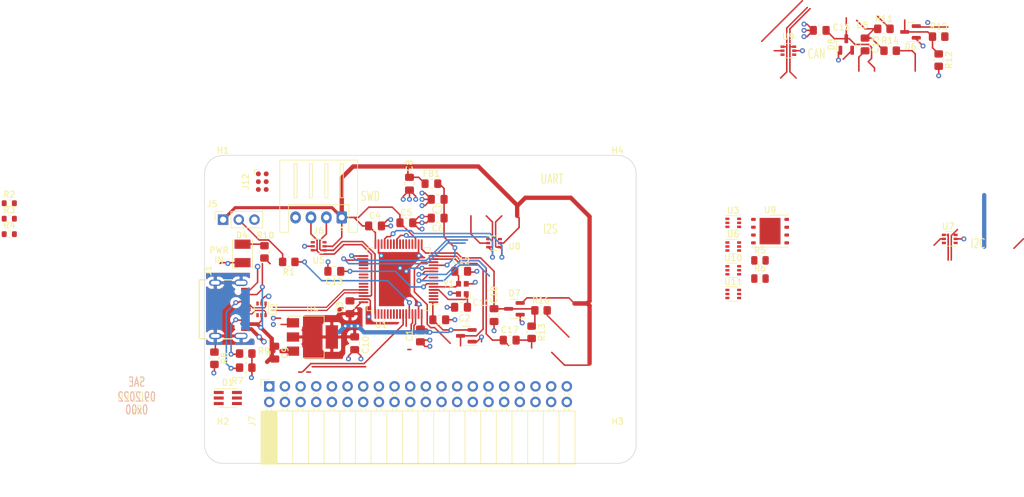
<source format=kicad_pcb>
(kicad_pcb (version 20221018) (generator pcbnew)
  (layers (0 "F.Cu" signal) (1 "In1.Cu" signal) (2 "In2.Cu" signal) (31 "B.Cu" signal) (34 "B.Paste" user) (35 "F.Paste" user) (36 "B.SilkS" user "B.Silkscreen") (37 "F.SilkS" user "F.Silkscreen") (38 "B.Mask" user) (39 "F.Mask" user) (44 "Edge.Cuts" user))
  (net 0 "")
  (net 1 "GND")
  (net 2 "+3V3")
  (net 3 "+3.3VA")
  (net 4 "/STM32F412/D+")
  (net 5 "/STM32F412/D-")
  (net 6 "VBUS")
  (net 7 "Net-(U1-NRST)")
  (net 8 "/STM32F412/HSE_IN")
  (net 9 "/STM32F412/HSE_OUT")
  (net 10 "Net-(D1-KB)")
  (net 11 "/STM32F412/SCL")
  (net 12 "/STM32F412/SDA")
  (net 13 "/STM32F412/RX")
  (net 14 "/STM32F412/TX")
  (net 15 "/STM32F412/SWDCLK")
  (net 16 "/STM32F412/SWDIO")
  (net 17 "Net-(D1-KG)")
  (net 18 "/STM32F412/CAN_RX")
  (net 19 "/STM32F412/CAN_TX")
  (net 20 "Net-(D1-KR)")
  (net 21 "/STM32F412/LED_R")
  (net 22 "/STM32F412/LED_G")
  (net 23 "/STM32F412/LED_B")
  (net 24 "Net-(D4-A)")
  (net 25 "/STM32F412/ADC1_IN1")
  (net 26 "Net-(J1-CC1)")
  (net 28 "Net-(J1-CC2)")
  (net 30 "Net-(J1-SHELL_GND-PadS1)")
  (net 31 "Net-(J5-Pin_2)")
  (net 43 "/STM32F412/ADC1_IN0")
  (net 44 "/STM32F412/ADC1_IN2")
  (net 54 "/STM32F412/ADC1_IN3")
  (net 81 "Net-(J8-Pin_1)")
  (net 82 "Net-(J10-Pin_1)")
  (net 83 "Net-(J11-Pin_1)")
  (net 84 "/STM32F412/Reset{slash}")
  (net 85 "/STM32F412/SWO")
  (net 86 "Net-(U1-BOOT0)")
  (net 92 "unconnected-(U1-PC2-Pad10)")
  (net 93 "unconnected-(U1-PC3-Pad11)")
  (net 103 "unconnected-(U1-PB12-Pad33)")
  (net 104 "unconnected-(U1-PB13-Pad34)")
  (footprint "Capacitor_SMD:C_0805_2012Metric_Pad1.18x1.45mm_HandSolder" (layer "F.Cu") (at 160.02 94.234 -90)
    (fp_text reference "C1")
    (fp_text value "10u")
  )
  (footprint "Capacitor_SMD:C_0805_2012Metric_Pad1.18x1.45mm_HandSolder" (layer "F.Cu") (at 163.068 91.694)
    (fp_text reference "C2")
    (fp_text value "100n")
  )
  (footprint "Capacitor_SMD:C_0805_2012Metric_Pad1.18x1.45mm_HandSolder" (layer "F.Cu") (at 148.59 89.662 90)
    (fp_text reference "C3")
    (fp_text value "100n")
  )
  (footprint "Capacitor_SMD:C_0805_2012Metric_Pad1.18x1.45mm_HandSolder" (layer "F.Cu") (at 152.654 76.454)
    (fp_text reference "C4")
    (fp_text value "100n")
  )
  (footprint "Capacitor_SMD:C_0805_2012Metric_Pad1.18x1.45mm_HandSolder" (layer "F.Cu") (at 157.734 75.946)
    (fp_text reference "C5")
    (fp_text value "100n")
  )
  (footprint "Capacitor_SMD:C_0805_2012Metric_Pad1.18x1.45mm_HandSolder" (layer "F.Cu") (at 162.814 75.184 180)
    (fp_text reference "C6")
    (fp_text value "10n")
  )
  (footprint "Capacitor_SMD:C_0805_2012Metric_Pad1.18x1.45mm_HandSolder" (layer "F.Cu") (at 162.814 72.136 180)
    (fp_text reference "C7")
    (fp_text value "1u")
  )
  (footprint "Capacitor_SMD:C_0805_2012Metric_Pad1.18x1.45mm_HandSolder" (layer "F.Cu") (at 158.242 69.596 -90)
    (fp_text reference "C8")
    (fp_text value "1u")
  )
  (footprint "Package_QFP:LQFP-64_10x10mm_P0.5mm" (layer "F.Cu") (at 156.464 85.09 180)
    (fp_text reference "U1")
    (fp_text value "STM32F412RGTx")
  )
  (footprint "MountingHole:MountingHole_3.2mm_M3_DIN965" (layer "F.Cu") (at 128 68)
    (fp_text reference "H1")
    (fp_text value "MountingHole")
  )
  (footprint "MountingHole:MountingHole_3.2mm_M3_DIN965" (layer "F.Cu") (at 128 112)
    (fp_text reference "H2")
    (fp_text value "MountingHole")
  )
  (footprint "MountingHole:MountingHole_3.2mm_M3_DIN965" (layer "F.Cu") (at 192 112)
    (fp_text reference "H3")
    (fp_text value "MountingHole")
  )
  (footprint "MountingHole:MountingHole_3.2mm_M3_DIN965" (layer "F.Cu") (at 192 68)
    (fp_text reference "H4")
    (fp_text value "MountingHole")
  )
  (footprint "Inductor_SMD:L_0805_2012Metric_Pad1.15x1.40mm_HandSolder" (layer "F.Cu") (at 161.798 69.596)
    (fp_text reference "FB1")
    (fp_text value "Ferrite_Bead_Small")
  )
  (footprint "Package_TO_SOT_SMD:SOT-363_SC-70-6" (layer "F.Cu") (at 134.246 90 -90)
    (fp_text reference "U2")
    (fp_text value "NUP4202")
  )
  (footprint "Capacitor_SMD:C_0805_2012Metric_Pad1.18x1.45mm_HandSolder" (layer "F.Cu") (at 149.352 95.504 -90)
    (fp_text reference "C10")
    (fp_text value "10u")
  )
  (footprint "Resistor_SMD:R_0805_2012Metric_Pad1.20x1.40mm_HandSolder" (layer "F.Cu") (at 138.668 82.296 180)
    (fp_text reference "R1")
    (fp_text value "10k")
  )
  (footprint "Capacitor_SMD:C_0805_2012Metric_Pad1.18x1.45mm_HandSolder" (layer "F.Cu") (at 166.6025 89.662 180)
    (fp_text reference "C11")
    (fp_text value "14p")
  )
  (footprint "Capacitor_SMD:C_0805_2012Metric_Pad1.18x1.45mm_HandSolder" (layer "F.Cu") (at 166.624 83.82)
    (fp_text reference "C12")
    (fp_text value "14p")
  )
  (footprint "Capacitor_SMD:C_0805_2012Metric_Pad1.18x1.45mm_HandSolder" (layer "F.Cu") (at 146.05 83.82 180)
    (fp_text reference "C13")
    (fp_text value "100n")
  )
  (footprint "Connector_PinSocket_2.54mm:PinSocket_1x03_P2.54mm_Vertical" (layer "F.Cu") (at 128.016 75.438 90)
    (fp_text reference "J5")
    (fp_text value "Conn_01x03")
  )
  (footprint "Crystal:Crystal_SMD_Abracon_ABM10-4Pin_2.5x2.0mm" (layer "F.Cu") (at 166.825 86.677 180)
    (fp_text reference "Y1")
    (fp_text value "Crystal_GND24_Small")
  )
  (footprint "Resistor_SMD:R_0805_2012Metric_Pad1.20x1.40mm_HandSolder" (layer "F.Cu") (at 126.604 97.938 -90)
    (fp_text reference "R8")
    (fp_text value "1M")
  )
  (footprint "Resistor_SMD:R_0805_2012Metric_Pad1.20x1.40mm_HandSolder" (layer "F.Cu") (at 131.684 97.176)
    (fp_text reference "R9")
    (fp_text value "5.11k")
  )
  (footprint "Package_TO_SOT_SMD:SOT-363_SC-70-6" (layer "F.Cu") (at 210.7575 75.95)
    (fp_text reference "U3")
    (fp_text value "NUP4202")
  )
  (footprint "Resistor_SMD:R_0805_2012Metric_Pad1.20x1.40mm_HandSolder" (layer "F.Cu") (at 179.578 90.17)
    (fp_text reference "R16")
    (fp_text value "10k")
  )
  (footprint "Resistor_SMD:R_0805_2012Metric_Pad1.20x1.40mm_HandSolder" (layer "F.Cu") (at 178.054 93.726 -90)
    (fp_text reference "R13")
    (fp_text value "10k")
  )
  (footprint "Resistor_SMD:R_0603_1608Metric" (layer "F.Cu") (at 93.33 72.77)
    (fp_text reference "R2")
    (fp_text value "10k")
  )
  (footprint "Resistor_SMD:R_0805_2012Metric_Pad1.20x1.40mm_HandSolder" (layer "F.Cu") (at 235.188 44.45)
    (fp_text reference "R11")
    (fp_text value "10k")
  )
  (footprint "Package_TO_SOT_SMD:SOT-363_SC-70-6" (layer "F.Cu") (at 219.694 48.006 180)
    (fp_text reference "U9")
    (fp_text value "NUP4202")
  )
  (footprint "Package_SON:WSON-8-1EP_6x5mm_P1.27mm_EP3.4x4.3mm" (layer "F.Cu") (at 216.7275 77.3)
    (fp_text reference "U9")
    (fp_text value "W25Q32JVZP")
  )
  (footprint "Connector_JST:JST_XH_S4B-XH-A_1x04_P2.50mm_Horizontal" (layer "F.Cu") (at 147.26 75.078 180)
    (fp_text reference "J6")
    (fp_text value "Conn_01x04")
  )
  (footprint "Connector:Tag-Connect_TC2030-IDC-NL_2x03_P1.27mm_Vertical" (layer "F.Cu") (at 134.365 69.27 -90)
    (fp_text reference "J12")
    (fp_text value "Conn_ARM_SWD_TagConnect_TC2030-NL" hide)
  )
  (footprint "Resistor_SMD:R_0805_2012Metric_Pad1.20x1.40mm_HandSolder" (layer "F.Cu") (at 134.716 80.666 90)
    (fp_text reference "R10")
    (fp_text value "10k")
  )
  (footprint "MyLib:GCT_USB4105-GF-A" (layer "F.Cu") (at 126.746 90 -90)
    (fp_text reference "J1")
    (fp_text value "USB4105-GF-A")
  )
  (footprint "Capacitor_SMD:C_0805_2012Metric_Pad1.18x1.45mm_HandSolder" (layer "F.Cu") (at 136.398 97.028 -90)
    (fp_text reference "C9")
    (fp_text value "100nF")
  )
  (footprint "Package_TO_SOT_SMD:SOT-23" (layer "F.Cu") (at 239.506 44.958 180)
    (fp_text reference "D6")
    (fp_text value "BAV99")
  )
  (footprint "Capacitor_SMD:C_0805_2012Metric_Pad1.18x1.45mm_HandSolder" (layer "F.Cu") (at 224.774 44.704 180)
    (fp_text reference "C16")
    (fp_text value "100pF")
  )
  (footprint "Connector_PinSocket_2.54mm:PinSocket_2x20_P2.54mm_Horizontal" (layer "F.Cu") (at 135.5 102.5 90)
    (fp_text reference "J7")
    (fp_text value "Conn_02x20_Odd_Even")
  )
  (footprint "Package_TO_SOT_SMD:SOT-363_SC-70-6" (layer "F.Cu") (at 171.958 79.248)
    (fp_text reference "U8")
    (fp_text value "NUP4202")
  )
  (footprint "Capacitor_SMD:C_0805_2012Metric_Pad1.18x1.45mm_HandSolder" (layer "F.Cu") (at 232.14 46.99 -90)
    (fp_text reference "C15")
    (fp_text value "100pF")
  )
  (footprint "Package_TO_SOT_SMD:SOT-23" (layer "F.Cu") (at 229.092 46.99 90)
    (fp_text reference "D8")
    (fp_text value "BAV99")
  )
  (footprint "Resistor_SMD:R_0805_2012Metric_Pad1.20x1.40mm_HandSolder" (layer "F.Cu") (at 131.684 99.462)
    (fp_text reference "R7")
    (fp_text value "5.11k")
  )
  (footprint "Resistor_SMD:R_0805_2012Metric_Pad1.20x1.40mm_HandSolder" (layer "F.Cu") (at 244.078 49.53 -90)
    (fp_text reference "R12")
    (fp_text value "10k")
  )
  (footprint "Resistor_SMD:R_0805_2012Metric_Pad1.20x1.40mm_HandSolder" (layer "F.Cu") (at 244.078 45.72)
    (fp_text reference "R15")
    (fp_text value "10k")
  )
  (footprint "Capacitor_SMD:C_0805_2012Metric_Pad1.18x1.45mm_HandSolder" (layer "F.Cu") (at 171.958 90.932 -90)
    (fp_text reference "C18")
    (fp_text value "100pF")
  )
  (footprint "Resistor_SMD:R_0805_2012Metric_Pad1.20x1.40mm_HandSolder" (layer "F.Cu") (at 236.204 48.006)
    (fp_text reference "R14")
    (fp_text value "10k")
  )
  (footprint "LED_SMD:LED_PLCC-2" (layer "F.Cu") (at 131.16 80.92 90)
    (fp_text reference "D4")
    (fp_text value "LED")
  )
  (footprint "Package_TO_SOT_SMD:SOT-23" (layer "F.Cu") (at 167.4645 94.3 180)
    (fp_text reference "D5")
    (fp_text value "BAV99")
  )
  (footprint "Resistor_SMD:R_0805_2012Metric" (layer "F.Cu") (at 215.0875 82.05)
    (fp_text reference "R5")
    (fp_text value "10k")
  )
  (footprint "Capacitor_SMD:C_0805_2012Metric_Pad1.18x1.45mm_HandSolder" (layer "F.Cu") (at 174.498 94.996)
    (fp_text reference "C17")
    (fp_text value "100pF")
  )
  (footprint "Resistor_SMD:R_0805_2012Metric" (layer "F.Cu") (at 215.0875 85)
    (fp_text reference "R6")
    (fp_text value "10k")
  )
  (footprint "Package_TO_SOT_SMD:SOT-363_SC-70-6" (layer "F.Cu") (at 143.51 79.756)
    (fp_text reference "U5")
    (fp_text value "NUP4202")
  )
  (footprint "LED_SMD:LED_Avago_PLCC6_3x2.8mm" (layer "F.Cu") (at 128.778 104.394)
    (fp_text reference "D1")
    (fp_text value "ASMT-YTB7-0AA02")
  )
  (footprint "Resistor_SMD:R_0603_1608Metric" (layer "F.Cu") (at 93.33 77.79)
    (fp_text reference "R4")
    (fp_text value "10k")
  )
  (footprint "Package_TO_SOT_SMD:SOT-23" (layer "F.Cu") (at 175.26 89.916 180)
    (fp_text reference "D7")
    (fp_text value "BAV99")
  )
  (footprint "Resistor_SMD:R_0603_1608Metric" (layer "F.Cu") (at 93.33 75.28)
    (fp_text reference "R3")
    (fp_text value "10k")
  )
  (footprint "Package_TO_SOT_SMD:SOT-363_SC-70-6" (layer "F.Cu") (at 210.7575 83.65)
    (fp_text reference "U10")
    (fp_text value "NUP4202")
  )
  (footprint "Package_TO_SOT_SMD:SOT-363_SC-70-6" (layer "F.Cu") (at 210.7575 79.8)
    (fp_text reference "U6")
    (fp_text value "NUP4202")
  )
  (footprint "Package_TO_SOT_SMD:SOT-363_SC-70-6" (layer "F.Cu") (at 210.7575 87.5)
    (fp_text reference "U11")
    (fp_text value "NUP4202")
  )
  (footprint "Package_TO_SOT_SMD:SOT-363_SC-70-6" (layer "F.Cu") (at 245.872 78.5605 180)
    (fp_text reference "U7")
    (fp_text value "NUP4202")
  )
  (footprint "Package_TO_SOT_SMD:SOT-223-3_TabPin2" (layer "F.Cu") (at 142.494 94.488)
    (fp_text reference "U4")
    (fp_text value "AMS1117-3.3")
  )
  (gr_arc (start 195 112) (mid 194.12132 114.12132) (end 192 115) (stroke (width 0.1)) (layer "Edge.Cuts"))
  (gr_arc (start 125 68) (mid 125.87868 65.87868) (end 128 65) (stroke (width 0.1)) (layer "Edge.Cuts"))
  (gr_arc (start 192 65) (mid 194.12132 65.87868) (end 195 68) (stroke (width 0.1)) (layer "Edge.Cuts"))
  (gr_line (start 128 65) (end 192 65) (stroke (width 0.1)) (layer "Edge.Cuts"))
  (gr_line (start 195 112) (end 195 68) (stroke (width 0.1)) (layer "Edge.Cuts"))
  (gr_arc (start 128 115) (mid 125.87868 114.12132) (end 125 112) (stroke (width 0.1)) (layer "Edge.Cuts"))
  (gr_line (start 125 68) (end 125 112) (stroke (width 0.1)) (layer "Edge.Cuts"))
  (gr_line (start 128 115) (end 192 115) (stroke (width 0.1)) (layer "Edge.Cuts"))
  (gr_text "SAE\n09.2022" (at 114 103) (layer "B.SilkS") (effects (font (size 1.5 1)) (justify mirror)))
  (gr_text "0x00" (at 114 106.302) (layer "B.SilkS") (effects (font (size 1.5 1)) (justify mirror)))
  (gr_text "I2C" (at 250.444 79.3225) (layer "F.SilkS") (effects (font (size 1.5 1))))
  (gr_text "UART" (at 181.356 68.834) (layer "F.SilkS") (effects (font (size 1.5 1))))
  (gr_text "SWD" (at 151.892 71.628) (layer "F.SilkS") (effects (font (size 1.5 1))))
  (gr_text "I2S\n" (at 181.102 76.962) (layer "F.SilkS") (effects (font (size 1.5 1))))
  (gr_text "0x00" (at 114 106.302) (layer "F.SilkS") (effects (font (size 1.5 1))))
  (gr_text "PWR\nIN" (at 127.35 81.174) (layer "F.SilkS") (effects (font (size 1 1))))
  (gr_text "SAE\n09.2022" (at 114 103) (layer "F.SilkS") (effects (font (size 1.5 1))))
  (gr_text "CAN" (at 224.266 48.514) (layer "F.SilkS") (effects (font (size 1.5 1))))
  (segment (start 145.0125 83.82) (end 145.0125 82.3175) (width 0.25) (layer "F.Cu") (net 1))
  (segment (start 148.59 88.6245) (end 148.8745 88.34) (width 0.25) (layer "F.Cu") (net 1))
  (segment (start 153.214 80.824) (end 153.214 79.415) (width 0.25) (layer "F.Cu") (net 1))
  (segment (start 161.544 96.012) (end 160.7605 96.012) (width 0.25) (layer "F.Cu") (net 1))
  (segment (start 244.078 52.07) (end 244.078 50.53) (width 0.25) (layer "F.Cu") (net 1))
  (segment (start 155.194 76.454) (end 153.6915 76.454) (width 0.25) (layer "F.Cu") (net 1))
  (segment (start 138.596 91.44) (end 139.344 92.188) (width 0.25) (layer "F.Cu") (net 1))
  (segment (start 168.402 95.25) (end 169.164 95.25) (width 0.25) (layer "F.Cu") (net 1))
  (segment (start 160.274 72.136) (end 161.7765 72.136) (width 0.25) (layer "F.Cu") (net 1))
  (segment (start 164.846 87.376) (end 166.074 87.376) (width 0.25) (layer "F.Cu") (net 1))
  (segment (start 161.544 94.996) (end 160.2955 94.996) (width 0.25) (layer "F.Cu") (net 1))
  (segment (start 161.0145 75.946) (end 161.7765 75.184) (width 0.25) (layer "F.Cu") (net 1))
  (segment (start 227.822 48.2475) (end 228.142 47.9275) (width 0.25) (layer "F.Cu") (net 1))
  (segment (start 231.129 51.308) (end 231.129 49.0385) (width 0.25) (layer "F.Cu") (net 1))
  (segment (start 159.766 89.154) (end 159.714 89.206) (width 0.25) (layer "F.Cu") (net 1))
  (segment (start 159.714 81.228) (end 159.766 81.28) (width 0.25) (layer "F.Cu") (net 1))
  (segment (start 133.874 94.488) (end 133.112 93.726) (width 0.6) (layer "F.Cu") (net 1))
  (segment (start 167.64 83.947) (end 169.037 83.947) (width 0.25) (layer "F.Cu") (net 1))
  (segment (start 222.234 45.72) (end 222.7205 45.72) (width 0.25) (layer "F.Cu") (net 1))
  (segment (start 132.684 99.462) (end 132.684 97.176) (width 0.25) (layer "F.Cu") (net 1))
  (segment (start 223.7365 44.704) (end 222.234 44.704) (width 0.25) (layer "F.Cu") (net 1))
  (segment (start 220.644 48.006) (end 221.98 48.006) (width 0.25) (layer "F.Cu") (net 1))
  (segment (start 126.604 100.234) (end 126.508 100.33) (width 0.25) (layer "F.Cu") (net 1))
  (segment (start 169.672 79.248) (end 171.008 79.248) (width 0.25) (layer "F.Cu") (net 1))
  (segment (start 134.837 87.884) (end 135.398 87.884) (width 0.25) (layer "F.Cu") (net 1))
  (segment (start 157.988 96.52) (end 158.4745 96.52) (width 0.25) (layer "F.Cu") (net 1))
  (segment (start 158.242 72.136) (end 158.242 70.6335) (width 0.25) (layer "F.Cu") (net 1))
  (segment (start 148.336 97.5575) (end 149.352 96.5415) (width 0.25) (layer "F.Cu") (net 1))
  (segment (start 234.172 42.434) (end 236.188 44.45) (width 0.25) (layer "F.Cu") (net 1))
  (segment (start 127.654 82.42) (end 127.524 82.55) (width 0.25) (layer "F.Cu") (net 1))
  (segment (start 177.784 94.996) (end 178.054 94.726) (width 0.25) (layer "F.Cu") (net 1))
  (segment (start 160.274 75.946) (end 161.0145 75.946) (width 0.25) (layer "F.Cu") (net 1))
  (segment (start 165.565 89.662) (end 164.338 89.662) (width 0.25) (layer "F.Cu") (net 1))
  (segment (start 159.7875 74.93) (end 158.7715 75.946) (width 0.25) (layer "F.Cu") (net 1))
  (segment (start 160.274 71.12) (end 160.7605 71.12) (width 0.25) (layer "F.Cu") (net 1))
  (segment (start 178.054 96.266) (end 178.054 94.726) (width 0.25) (layer "F.Cu") (net 1))
  (segment (start 159.7875 76.962) (end 158.7715 75.946) (width 0.25) (layer "F.Cu") (net 1))
  (segment (start 151.889 90.935) (end 151.889 88.599315) (width 0.25) (layer "F.Cu") (net 1))
  (segment (start 176.1975 91.8695) (end 176.53 92.202) (width 0.25) (layer "F.Cu") (net 1))
  (segment (start 136.16 91.44) (end 137.342 91.44) (width 0.25) (layer "F.Cu") (net 1))
  (segment (start 126.604 98.938) (end 126.604 100.234) (width 0.25) (layer "F.Cu") (net 1))
  (segment (start 157.226 71.6495) (end 158.242 70.6335) (width 0.25) (layer "F.Cu") (net 1))
  (segment (start 167.45 85.852) (end 168.656 85.852) (width 0.25) (layer "F.Cu") (net 1))
  (segment (start 155.194 75.438) (end 154.7075 75.438) (width 0.25) (layer "F.Cu") (net 1))
  (segment (start 145.0125 82.3175) (end 145.034 82.296) (width 0.25) (layer "F.Cu") (net 1))
  (segment (start 169.672 79.248) (end 168.208 77.784) (width 0.25) (layer "F.Cu") (net 1))
  (segment (start 150.368 98.044) (end 150.368 97.5575) (width 0.25) (layer "F.Cu") (net 1))
  (segment (start 160.7605 73.152) (end 161.7765 72.136) (width 0.25) (layer "F.Cu") (net 1))
  (segment (start 159.258 71.6495) (end 158.242 70.6335) (width 0.25) (layer "F.Cu") (net 1))
  (segment (start 134.246 89.05) (end 134.246 88.475) (width 0.25) (layer "F.Cu") (net 1))
  (segment (start 160.274 83.312) (end 160.302 83.34) (width 0.25) (layer "F.Cu") (net 1))
  (segment (start 129.906 82.42) (end 127.654 82.42) (width 0.25) (layer "F.Cu") (net 1))
  (segment (start 151.889 88.599315) (end 151.629685 88.34) (width 0.25) (layer "F.Cu") (net 1))
  (segment (start 151.629685 88.34) (end 150.789 88.34) (width 0.25) (layer "F.Cu") (net 1))
  (segment (start 132.586 93.2) (end 131.501 93.2) (width 0.6) (layer "F.Cu") (net 1))
  (segment (start 159.714 79.415) (end 159.714 81.228) (width 0.25) (layer "F.Cu") (net 1))
  (segment (start 141.224 79.756) (end 142.56 79.756) (width 0.25) (layer "F.Cu") (net 1))
  (segment (start 148.336 98.044) (end 148.336 97.5575) (width 0.25) (layer "F.Cu") (net 1))
  (segment (start 159.714 89.206) (end 159.714 90.765) (width 0.25) (layer "F.Cu") (net 1))
  (segment (start 157.226 72.136) (end 157.226 71.6495) (width 0.25) (layer "F.Cu") (net 1))
  (segment (start 240.4435 45.908) (end 240.4435 46.1495) (width 0.25) (layer "F.Cu") (net 1))
  (segment (start 151.638 91.186) (end 151.889 90.935) (width 0.25) (layer "F.Cu") (net 1))
  (segment (start 154.7075 75.438) (end 153.6915 76.454) (width 0.25) (layer "F.Cu") (net 1))
  (segment (start 160.274 74.93) (end 159.7875 74.93) (width 0.25) (layer "F.Cu") (net 1))
  (segment (start 169.037 83.947) (end 169.164 83.82) (width 0.25) (layer "F.Cu") (net 1))
  (segment (start 227.822 49.53) (end 227.822 48.2475) (width 0.25) (layer "F.Cu") (net 1))
  (segment (start 134.636 95.25) (end 133.874 94.488) (width 0.6) (layer "F.Cu") (net 1))
  (segment (start 246.822 78.5605) (end 248.158 78.5605) (width 0.25) (layer "F.Cu") (net 1))
  (segment (start 160.7605 96.012) (end 160.02 95.2715) (width 0.25) (layer "F.Cu") (net 1))
  (segment (start 166.074 87.376) (end 166.2 87.502) (width 0.25) (layer "F.Cu") (net 1))
  (segment (start 139.076 92.456) (end 139.344 92.188) (width 0.25) (layer "F.Cu") (net 1))
  (segment (start 150.368 97.5575) (end 149.352 96.5415) (width 0.25) (layer "F.Cu") (net 1))
  (segment (start 132.684 101.012) (end 132.604 101.092) (width 0.25) (layer "F.Cu") (net 1))
  (segment (start 132.418 86.8) (end 131.501 86.8) (width 0.25) (layer "F.Cu") (net 1))
  (segment (start 169.164 95.25) (end 169.926 94.488) (width 0.25) (layer "F.Cu") (net 1))
  (segment (start 134.246 88.475) (end 134.837 87.884) (width 0.25) (layer "F.Cu") (net 1))
  (segment (start 175.5355 94.996) (end 177.784 94.996) (width 0.25) (layer "F.Cu") (net 1))
  (segment (start 132.684 99.462) (end 132.684 101.012) (width 0.25) (layer "F.Cu") (net 1))
  (segment (start 171.958 93.472) (end 171.958 91.9695) (width 0.25) (layer "F.Cu") (net 1))
  (segment (start 222.7205 43.688) (end 223.7365 44.704) (width 0.25) (layer "F.Cu") (net 1))
  (segment (start 231.129 49.0385) (end 232.14 48.0275) (width 0.25) (layer "F.Cu") (net 1))
  (segment (start 133.6075 83.058) (end 133.6075 85.6105) (width 0.25) (layer "F.Cu") (net 1))
  (segment (start 160.7605 71.12) (end 161.7765 72.136) (width 0.25) (layer "F.Cu") (net 1))
  (segment (start 160.302 83.34) (end 162.139 83.34) (width 0.25) (layer "F.Cu") (net 1))
  (segment (start 161.5225 74.93) (end 161.7765 75.184) (width 0.25) (layer "F.Cu") (net 1))
  (segment (start 160.2955 94.996) (end 160.02 95.2715) (width 0.25) (layer "F.Cu") (net 1))
  (segment (start 160.274 76.962) (end 159.7875 76.962) (width 0.25) (layer "F.Cu") (net 1))
  (segment (start 137.414 92.456) (end 139.076 92.456) (width 0.25) (layer "F.Cu") (net 1))
  (segment (start 153.67 81.28) (end 153.214 80.824) (width 0.25) (layer "F.Cu") (net 1))
  (segment (start 169.926 94.488) (end 169.926 95.266) (width 0.25) (layer "F.Cu") (net 1))
  (segment (start 176.1975 90.866) (end 176.1975 91.8695) (width 0.25) (layer "F.Cu") (net 1))
  (segment (start 240.4435 46.1495) (end 241.538 47.244) (width 0.25) (layer "F.Cu") (net 1))
  (segment (start 168.656 85.852) (end 168.91 85.598) (width 0.25) (layer "F.Cu") (net 1))
  (segment (start 160.274 73.152) (end 160.7605 73.152) (width 0.25) (layer "F.Cu") (net 1))
  (segment (start 168.208 77.784) (end 168.208 74.824) (width 0.25) (layer "F.Cu") (net 1))
  (segment (start 164.1055 91.694) (end 165.608 91.694) (width 0.25) (layer "F.Cu") (net 1))
  (segment (start 133.112 93.726) (end 132.586 93.2) (width 0.6) (layer "F.Cu") (net 1))
  (segment (start 159.258 72.136) (end 159.258 71.6495) (width 0.25) (layer "F.Cu") (net 1))
  (segment (start 158.7715 75.946) (end 160.274 75.946) (width 0.25) (layer "F.Cu") (net 1))
  (segment (start 160.274 74.93) (end 161.5225 74.93) (width 0.25) (layer "F.Cu") (net 1))
  (segment (start 222.7205 45.72) (end 223.7365 44.704) (width 0.25) (layer "F.Cu") (net 1))
  (segment (start 148.8745 88.34) (end 150.789 88.34) (width 0.25) (layer "F.Cu") (net 1))
  (segment (start 133.6075 85.6105) (end 132.418 86.8) (width 0.25) (layer "F.Cu") (net 1))
  (via (at 136.16 92.456) (size 0.8) (drill 0.4) (layers "F.Cu" "B.Cu") (net 1))
  (via (at 161.544 96.012) (size 0.8) (drill 0.4) (layers "F.Cu" "B.Cu") (net 1))
  (via (at 161.544 94.996) (size 0.8) (drill 0.4) (layers "F.Cu" "B.Cu") (net 1))
  (via (at 242.3 43.434) (size 0.8) (drill 0.4) (layers "F.Cu" "B.Cu") (net 1))
  (via (at 133.874 94.488) (size 0.9) (drill 0.5) (layers "F.Cu" "B.Cu") (net 1))
  (via (at 222.234 43.688) (size 0.8) (drill 0.4) (layers "F.Cu" "B.Cu") (net 1))
  (via (at 160.274 71.12) (size 0.8) (drill 0.4) (layers "F.Cu" "B.Cu") (net 1))
  (via (at 160.274 75.946) (size 0.8) (drill 0.4) (layers "F.Cu" "B.Cu") (net 1))
  (via (at 160.274 83.312) (size 0.8) (drill 0.4) (layers "F.Cu" "B.Cu") (net 1))
  (via (at 222.234 44.704) (size 0.8) (drill 0.4) (layers "F.Cu" "B.Cu") (net 1))
  (via (at 133.6075 83.058) (size 0.9) (drill 0.5) (layers "F.Cu" "B.Cu") (net 1))
  (via (at 169.164 83.82) (size 0.8) (drill 0.4) (layers "F.Cu" "B.Cu") (net 1))
  (via (at 164.846 87.376) (size 0.8) (drill 0.4) (layers "F.Cu" "B.Cu") (net 1))
  (via (at 159.766 89.154) (size 0.8) (drill 0.4) (layers "F.Cu" "B.Cu") (net 1))
  (via (at 135.398 87.884) (size 0.9) (drill 0.5) (layers "F.Cu" "B.Cu") (net 1))
  (via (at 150.368 98.044) (size 0.8) (drill 0.4) (layers "F.Cu" "B.Cu") (net 1))
  (via (at 168.91 85.598) (size 0.8) (drill 0.4) (layers "F.Cu" "B.Cu") (net 1))
  (via (at 151.638 91.186) (size 0.8) (drill 0.4) (layers "F.Cu" "B.Cu") (net 1))
  (via (at 160.274 73.152) (size 0.8) (drill 0.4) (layers "F.Cu" "B.Cu") (net 1))
  (via (at 136.16 91.44) (size 0.8) (drill 0.4) (layers "F.Cu" "B.Cu") (net 1))
  (via (at 158.242 72.136) (size 0.8) (drill 0.4) (layers "F.Cu" "B.Cu") (net 1))
  (via (at 126.508 100.33) (size 0.8) (drill 0.4) (layers "F.Cu" "B.Cu") (net 1))
  (via (at 128.778 82.55) (size 0.8) (drill 0.4) (layers "F.Cu" "B.Cu") (net 1))
  (via (at 244.078 52.07) (size 0.8) (drill 0.4) (layers "F.Cu" "B.Cu") (net 1))
  (via (at 227.822 49.53) (size 0.8) (drill 0.4) (layers "F.Cu" "B.Cu") (net 1))
  (via (at 134.636 95.25) (size 0.9) (drill 0.5) (layers "F.Cu" "B.Cu") (net 1))
  (via (at 169.926 94.488) (size 0.8) (drill 0.4) (layers "F.Cu" "B.Cu") (net 1))
  (via (at 160.274 72.136) (size 0.8) (drill 0.4) (layers "F.Cu" "B.Cu") (net 1))
  (via (at 171.958 93.472) (size 0.8) (drill 0.4) (layers "F.Cu" "B.Cu") (net 1))
  (via (at 160.274 74.93) (size 0.8) (drill 0.4) (layers "F.Cu" "B.Cu") (net 1))
  (via (at 241.538 47.244) (size 0.8) (drill 0.4) (layers "F.Cu" "B.Cu") (net 1))
  (via (at 221.98 48.006) (size 0.8) (drill 0.4) (layers "F.Cu" "B.Cu") (net 1))
  (via (at 148.336 98.044) (size 0.8) (drill 0.4) (layers "F.Cu" "B.Cu") (net 1))
  (via (at 156.718 83.312) (size 0.8) (drill 0.4) (layers "F.Cu" "B.Cu") (net 1))
  (via (at 145.034 82.296) (size 0.8) (drill 0.4) (layers "F.Cu" "B.Cu") (net 1))
  (via (at 222.234 45.72) (size 0.8) (drill 0.4) (layers "F.Cu" "B.Cu") (net 1))
  (via (at 157.226 72.136) (size 0.8) (drill 0.4) (layers "F.Cu" "B.Cu") (net 1))
  (via (at 141.224 79.756) (size 0.8) (drill 0.4) (layers "F.Cu" "B.Cu") (net 1))
  (via (at 132.604 101.092) (size 0.8) (drill 0.4) (layers "F.Cu" "B.Cu") (net 1))
  (via (at 159.258 72.136) (size 0.8) (drill 0.4) (layers "F.Cu" "B.Cu") (net 1))
  (via (at 176.53 92.202) (size 0.8) (drill 0.4) (layers "F.Cu" "B.Cu") (net 1))
  (via (at 165.608 91.694) (size 0.8) (drill 0.4) (layers "F.Cu" "B.Cu") (net 1))
  (via (at 248.158 78.5605) (size 0.8) (drill 0.4) (layers "F.Cu" "B.Cu") (net 1))
  (via (at 164.338 89.662) (size 0.8) (drill 0.4) (layers "F.Cu" "B.Cu") (net 1))
  (via (at 157.734 83.82) (size 0.8) (drill 0.4) (layers "F.Cu" "B.Cu") (net 1))
  (via (at 159.766 81.28) (size 0.8) (drill 0.4) (layers "F.Cu" "B.Cu") (net 1))
  (via (at 160.274 76.962) (size 0.8) (drill 0.4) (layers "F.Cu" "B.Cu") (net 1))
  (via (at 155.194 76.454) (size 0.8) (drill 0.4) (layers "F.Cu" "B.Cu") (net 1))
  (via (at 155.194 75.438) (size 0.8) (drill 0.4) (layers "F.Cu" "B.Cu") (net 1))
  (via (at 153.67 81.28) (size 0.8) (drill 0.4) (layers "F.Cu" "B.Cu") (net 1))
  (segment (start 158.242 83.312) (end 157.734 83.82) (width 0.25) (layer "B.Cu") (net 1))
  (segment (start 160.274 83.312) (end 158.242 83.312) (width 0.25) (layer "B.Cu") (net 1))
  (segment (start 162.0305 91.694) (end 162.0305 88.9485) (width 0.25) (layer "F.Cu") (net 2))
  (segment (start 175.768 73.152) (end 175.708 73.212) (width 0.25) (layer "F.Cu") (net 2))
  (segment (start 176.022 76.708) (end 176.022 75.138) (width 0.25) (layer "F.Cu") (net 2))
  (segment (start 187.198 99.06) (end 187.452 98.806) (width 0.25) (layer "F.Cu") (net 2))
  (segment (start 155.448 73.406) (end 156.6965 74.6545) (width 0.25) (layer "F.Cu") (net 2))
  (segment (start 175.708 73.212) (end 175.708 74.824) (width 0.7) (layer "F.Cu") (net 2))
  (segment (start 177.292 88.138) (end 184.102 88.138) (width 0.25) (layer "F.Cu") (net 2))
  (segment (start 158.242 68.5585) (end 159.7355 68.5585) (width 0.25) (layer "F.Cu") (net 2))
  (segment (start 172.908 79.248) (end 173.482 79.248) (width 0.25) (layer "F.Cu") (net 2))
  (segment (start 187.452 74.93) (end 184.404 71.882) (width 0.7) (layer "F.Cu") (net 2))
  (segment (start 156.6965 74.6545) (end 156.6965 75.946) (width 0.25) (layer "F.Cu") (net 2))
  (segment (start 158.242 68.5585) (end 157.988 68.3045) (width 0.25) (layer "F.Cu") (net 2))
  (segment (start 168.401671 93.349671) (end 168.402 93.35) (width 0.25) (layer "F.Cu") (net 2))
  (segment (start 158.75 77.978) (end 159.214 78.442) (width 0.25) (layer "F.Cu") (net 2))
  (segment (start 185.018 89.054) (end 187.044 89.054) (width 0.7) (layer "F.Cu") (net 2))
  (segment (start 164.968329 93.349671) (end 168.401671 93.349671) (width 0.25) (layer "F.Cu") (net 2))
  (segment (start 230.042 47.9275) (end 228.584 49.3855) (width 0.25) (layer "F.Cu") (net 2))
  (segment (start 244.922 78.5605) (end 244.347 78.5605) (width 0.25) (layer "F.Cu") (net 2))
  (segment (start 159.214 78.442) (end 159.214 79.415) (width 0.25) (layer "F.Cu") (net 2))
  (segment (start 156.6965 75.946) (end 158.7285 77.978) (width 0.25) (layer "F.Cu") (net 2))
  (segment (start 187.452 98.806) (end 187.452 89.408) (width 0.7) (layer "F.Cu") (net 2))
  (segment (start 187.098 89.054) (end 185.018 89.054) (width 0.7) (layer "F.Cu") (net 2))
  (segment (start 149.966 75.078) (end 151.638 73.406) (width 0.25) (layer "F.Cu") (net 2))
  (segment (start 183.388 99.06) (end 187.198 99.06) (width 0.25) (layer "F.Cu") (net 2))
  (segment (start 145.669267 73.487267) (end 147.26 75.078) (width 0.5) (layer "F.Cu") (net 2))
  (segment (start 149.246 75.078) (end 147.26 75.078) (width 0.25) (layer "F.Cu") (net 2))
  (segment (start 144.46 79.756) (end 145.796 79.756) (width 0.25) (layer "F.Cu") (net 2))
  (segment (start 176.464 88.966) (end 177.292 88.138) (width 0.25) (layer "F.Cu") (net 2))
  (segment (start 218.744 48.006) (end 217.408 48.006) (width 0.25) (layer "F.Cu") (net 2))
  (segment (start 177.038 71.882) (end 175.768 73.152) (width 0.7) (layer "F.Cu") (net 2))
  (segment (start 151.6165 76.454) (end 150.622 76.454) (width 0.25) (layer "F.Cu") (net 2))
  (segment (start 157.988 68.3045) (end 157.988 66.802) (width 0.25) (layer "F.Cu") (net 2))
  (segment (start 152.714 79.415) (end 152.714 77.5515) (width 0.25) (layer "F.Cu") (net 2))
  (segment (start 184.102 88.138) (end 185.018 89.054) (width 0.25) (layer "F.Cu") (net 2))
  (segment (start 257.81 78.5605) (end 256.286 80.0845) (width 0.25) (layer "F.Cu") (net 2))
  (segment (start 161.0145 93.1965) (end 160.02 93.1965) (width 0.25) (layer "F.Cu") (net 2))
  (segment (start 175.768 73.152) (end 169.418 66.802) (width 0.7) (layer "F.Cu") (net 2))
  (segment (start 148.59 90.6995) (end 148.59 90.678) (width 0.25) (layer "F.Cu") (net 2))
  (segment (start 150.622 76.454) (end 149.246 75.078) (width 0.25) (layer "F.Cu") (net 2))
  (segment (start 148.59 90.678) (end 150.428 88.84) (width 0.25) (layer "F.Cu") (net 2))
  (segment (start 129.966733 73.487267) (end 145.669267 73.487267) (width 0.5) (layer "F.Cu") (net 2))
  (segment (start 176.022 75.138) (end 175.708 74.824) (width 0.25) (layer "F.Cu") (net 2))
  (segment (start 147.26 78.292) (end 147.26 75.078) (width 0.25) (layer "F.Cu") (net 2))
  (segment (start 181.319 96.991) (end 183.388 99.06) (width 0.25) (layer "F.Cu") (net 2))
  (segment (start 169.418 66.802) (end 157.988 66.802) (width 0.7) (layer "F.Cu") (net 2))
  (segment (start 128.016 75.438) (end 129.966733 73.487267) (width 0.5) (layer "F.Cu") (net 2))
  (segment (start 176.1975 88.966) (end 176.464 88.966) (width 0.25) (layer "F.Cu") (net 2))
  (segment (start 151.638 73.406) (end 155.448 73.406) (width 0.25) (layer "F.Cu") (net 2))
  (segment (start 162.0305 88.9485) (end 162.139 88.84) (width 0.25) (layer "F.Cu") (net 2))
  (segment (start 187.452 89.408) (end 187.098 89.054) (width 0.7) (layer "F.Cu") (net 2))
  (segment (start 187.044 89.054) (end 187.452 88.646) (width 0.7) (layer "F.Cu") (net 2))
  (segment (start 149.098 66.802) (end 147.26 68.64) (width 0.7) (layer "F.Cu") (net 2))
  (segment (start 184.404 71.882) (end 177.038 71.882) (width 0.7) (layer "F.Cu") (net 2))
  (segment (start 147.26 68.64) (end 147.26 75.078) (width 0.7) (layer "F.Cu") (net 2))
  (segment (start 150.428 88.84) (end 150.789 88.84) (width 0.25) (layer "F.Cu") (net 2))
  (segment (start 240.4435 44.008) (end 240.5945 44.159) (width 0.25) (layer "F.Cu") (net 2))
  (segment (start 160.214 90.765) (end 160.214 93.3905) (width 0.25) (layer "F.Cu") (net 2))
  (segment (start 145.796 79.756) (end 147.26 78.292) (width 0.25) (layer "F.Cu") (net 2))
  (segment (start 152.714 77.5515) (end 151.6165 76.454) (width 0.25) (layer "F.Cu") (net 2))
  (segment (start 159.7355 68.5585) (end 160.773 69.596) (width 0.25) (layer "F.Cu") (net 2))
  (segment (start 157.988 66.802) (end 149.098 66.802) (width 0.7) (layer "F.Cu") (net 2))
  (segment (start 147.26 75.078) (end 149.966 75.078) (width 0.25) (layer "F.Cu") (net 2))
  (segment (start 163.686171 93.349671) (end 164.968329 93.349671) (width 0.25) (layer "F.Cu") (net 2))
  (segment (start 162.0305 91.694) (end 163.686171 93.349671) (width 0.25) (layer "F.Cu") (net 2))
  (segment (start 173.482 79.248) (end 176.022 76.708) (width 0.25) (layer "F.Cu") (net 2))
  (segment (start 240.5945 44.159) (end 245.565 44.159) (width 0.25) (layer "F.Cu") (net 2))
  (segment (start 161.544 93.726) (end 161.0145 93.1965) (width 0.25) (layer "F.Cu") (net 2))
  (segment (start 187.452 88.646) (end 187.452 74.93) (width 0.7) (layer "F.Cu") (net 2))
  (segment (start 244.347 78.5605) (end 243.332 79.5755) (width 0.25) (layer "F.Cu") (net 2))
  (via (at 149.86 92.71) (size 0.8) (drill 0.4) (layers "F.Cu" "B.Cu") (net 2))
  (via (at 161.544 93.726) (size 0.8) (drill 0.4) (layers "F.Cu" "B.Cu") (net 2))
  (via (at 148.844 92.71) (size 0.8) (drill 0.4) (layers "F.Cu" "B.Cu") (net 2))
  (via (at 164.968329 93.349671) (size 0.8) (drill 0.4) (layers "F.Cu" "B.Cu") (net 2))
  (via (at 147.828 92.71) (size 0.8) (drill 0.4) (layers "F.Cu" "B.Cu") (net 2))
  (segment (start 161.544 93.726) (end 164.592 93.726) (width 0.25) (layer "B.Cu") (net 2))
  (segment (start 147.828 92.71) (end 149.86 92.71) (width 0.7) (layer "B.Cu") (net 2))
  (segment (start 147.828 92.71) (end 146.812 93.726) (width 0.7) (layer "B.Cu") (net 2))
  (segment (start 251.46 71.4485) (end 251.46 79.8305) (width 0.7) (layer "B.Cu") (net 2))
  (segment (start 164.592 93.726) (end 164.968329 93.349671) (width 0.25) (layer "B.Cu") (net 2))
  (segment (start 150.876 93.726) (end 161.544 93.726) (width 0.7) (layer "B.Cu") (net 2))
  (segment (start 149.86 92.71) (end 150.876 93.726) (width 0.7) (layer "B.Cu") (net 2))
  (segment (start 162.139 82.84) (end 164.302 82.84) (width 0.25) (layer "F.Cu") (net 3))
  (segment (start 163.8515 70.3795) (end 163.8515 72.136) (width 0.25) (layer "F.Cu") (net 3))
  (segment (start 163.068 69.596) (end 163.8515 70.3795) (width 0.25) (layer "F.Cu") (net 3))
  (segment (start 163.8515 78.2535) (end 163.8515 75.184) (width 0.25) (layer "F.Cu") (net 3))
  (segment (start 165.608 80.01) (end 163.8515 78.2535) (width 0.25) (layer "F.Cu") (net 3))
  (segment (start 162.823 69.596) (end 163.068 69.596) (width 0.25) (layer "F.Cu") (net 3))
  (segment (start 163.8515 72.136) (end 163.8515 75.184) (width 0.25) (layer "F.Cu") (net 3))
  (segment (start 164.302 82.84) (end 164.338 82.804) (width 0.25) (layer "F.Cu") (net 3))
  (via (at 165.608 80.01) (size 0.8) (drill 0.4) (layers "F.Cu" "B.Cu") (net 3))
  (via (at 164.338 82.804) (size 0.8) (drill 0.4) (layers "F.Cu" "B.Cu") (net 3))
  (segment (start 165.608 81.534) (end 165.608 80.01) (width 0.25) (layer "B.Cu") (net 3))
  (segment (start 164.338 82.804) (end 165.608 81.534) (width 0.25) (layer "B.Cu") (net 3))
  (segment (start 130.626 90.7) (end 130.626 89.8) (width 0.2) (layer "F.Cu") (net 4))
  (segment (start 150.764001 87.315001) (end 147.692685 87.315001) (width 0.2) (layer "F.Cu") (net 4))
  (segment (start 131.501 90.75) (end 130.676 90.75) (width 0.2) (layer "F.Cu") (net 4))
  (segment (start 130.676 89.75) (end 131.501 89.75) (width 0.2) (layer "F.Cu") (net 4))
  (segment (start 147.692685 87.315001) (end 144.837686 90.17) (width 0.2) (layer "F.Cu") (net 4))
  (segment (start 131.501 90.75) (end 132.671 90.75) (width 0.2) (layer "F.Cu") (net 4))
  (segment (start 134.896 90.425) (end 134.896 90.95) (width 0.2) (layer "F.Cu") (net 4))
  (segment (start 144.837686 90.17) (end 135.89 90.17) (width 0.2) (layer "F.Cu") (net 4))
  (segment (start 134.641 90.17) (end 134.896 90.425) (width 0.2) (layer "F.Cu") (net 4))
  (segment (start 132.671 90.75) (end 133.251 90.17) (width 0.2) (layer "F.Cu") (net 4))
  (segment (start 133.251 90.17) (end 134.641 90.17) (width 0.2) (layer "F.Cu") (net 4))
  (segment (start 130.626 89.8) (end 130.676 89.75) (width 0.2) (layer "F.Cu") (net 4))
  (segment (start 150.789 87.34) (end 150.764001 87.315001) (width 0.2) (layer "F.Cu") (net 4))
  (segment (start 130.676 90.75) (end 130.626 90.7) (width 0.2) (layer "F.Cu") (net 4))
  (segment (start 144.78 89.662) (end 136.144 89.662) (width 0.2) (layer "F.Cu") (net 5))
  (segment (start 134.896 89.575) (end 134.721 89.75) (width 0.2) (layer "F.Cu") (net 5))
  (segment (start 150.789 86.84) (end 147.602 86.84) (width 0.2) (layer "F.Cu") (net 5))
  (segment (start 131.501 90.25) (end 132.326 90.25) (width 0.2) (layer "F.Cu") (net 5))
  (segment (start 132.376 90.2) (end 132.376 89.3) (width 0.2) (layer "F.Cu") (net 5))
  (segment (start 132.826 89.75) (end 132.326 89.25) (width 0.2) (layer "F.Cu") (net 5))
  (segment (start 134.896 89.05) (end 134.896 89.575) (width 0.2) (layer "F.Cu") (net 5))
  (segment (start 147.602 86.84) (end 144.78 89.662) (width 0.2) (layer "F.Cu") (net 5))
  (segment (start 132.326 89.25) (end 131.501 89.25) (width 0.2) (layer "F.Cu") (net 5))
  (segment (start 132.376 89.3) (end 132.326 89.25) (width 0.2) (layer "F.Cu") (net 5))
  (segment (start 132.326 90.25) (end 132.376 90.2) (width 0.2) (layer "F.Cu") (net 5))
  (segment (start 134.721 89.75) (end 132.826 89.75) (width 0.2) (layer "F.Cu") (net 5))
  (segment (start 134.382 86.684016) (end 134.382 86.36) (width 0.25) (layer "F.Cu") (net 6))
  (segment (start 133.729 92.337) (end 134.246 91.82) (width 0.25) (layer "F.Cu") (net 6))
  (segment (start 134.246 91.82) (end 134.246 90.95) (width 0.25) (layer "F.Cu") (net 6))
  (segment (start 133.466016 87.6) (end 134.382 86.684016) (width 0.25) (layer "F.Cu") (net 6))
  (segment (start 131.501 87.6) (end 133.466016 87.6) (width 0.25) (layer "F.Cu") (net 6))
  (segment (start 134.382 86.36) (end 134.382 82.586) (width 0.25) (layer "F.Cu") (net 6))
  (segment (start 135.906 96.52) (end 136.174 96.788) (width 0.7) (layer "F.Cu") (net 6))
  (segment (start 134.128 92.964) (end 135.906 94.742) (width 0.6) (layer "F.Cu") (net 6))
  (segment (start 135.144 98.5305) (end 135.906 97.7685) (width 0.7) (layer "F.Cu") (net 6))
  (segment (start 135.636 82.586) (end 134.716 81.666) (width 0.25) (layer "F.Cu") (net 6))
  (segment (start 131.501 92.4) (end 133.564 92.4) (width 0.6) (layer "F.Cu") (net 6))
  (segment (start 133.564 92.4) (end 134.128 92.964) (width 0.6) (layer "F.Cu") (net 6))
  (segment (start 135.906 97.7685) (end 135.906 96.52) (width 0.7) (layer "F.Cu") (net 6))
  (segment (start 135.906 94.742) (end 135.906 96.52) (width 0.7) (layer "F.Cu") (net 6))
  (segment (start 137.428 96.788) (end 139.344 96.788) (width 0.7) (layer "F.Cu") (net 6))
  (via (at 134.382 86.36) (size 0.8) (drill 0.4) (layers "F.Cu" "B.Cu") (net 6))
  (via (at 134.128 92.964) (size 0.8) (drill 0.4) (layers "F.Cu" "B.Cu") (net 6))
  (segment (start 134.382 92.71) (end 134.128 92.964) (width 0.25) (layer "B.Cu") (net 6))
  (segment (start 134.382 86.36) (end 134.382 92.71) (width 0.25) (layer "B.Cu") (net 6))
  (segment (start 147.0875 83.82) (end 148.59 83.82) (width 0.25) (layer "F.Cu") (net 7))
  (segment (start 161.048 85.84) (end 160.528 86.36) (width 0.25) (layer "F.Cu") (net 7))
  (segment (start 162.139 85.84) (end 161.048 85.84) (width 0.25) (layer "F.Cu") (net 7))
  (via (at 160.528 86.36) (size 0.8) (drill 0.4) (layers "F.Cu" "B.Cu") (net 7))
  (via (at 148.59 83.82) (size 0.8) (drill 0.4) (layers "F.Cu" "B.Cu") (net 7))
  (segment (start 158.496 86.36) (end 160.528 86.36) (width 0.25) (layer "B.Cu") (net 7))
  (segment (start 148.59 83.82) (end 155.956 83.82) (width 0.25) (layer "B.Cu") (net 7))
  (segment (start 155.956 83.82) (end 158.496 86.36) (width 0.25) (layer "B.Cu") (net 7))
  (segment (start 167.26 88.392) (end 164.531685 88.392) (width 0.25) (layer "F.Cu") (net 8))
  (segment (start 162.979685 86.84) (end 162.139 86.84) (width 0.25) (layer "F.Cu") (net 8))
  (segment (start 164.531685 88.392) (end 162.979685 86.84) (width 0.25) (layer "F.Cu") (net 8))
  (segment (start 167.64 89.662) (end 167.64 87.692) (width 0.25) (layer "F.Cu") (net 8))
  (segment (start 167.45 87.502) (end 167.45 88.202) (width 0.25) (layer "F.Cu") (net 8))
  (segment (start 167.64 87.692) (end 167.45 87.502) (width 0.25) (layer "F.Cu") (net 8))
  (segment (start 167.45 88.202) (end 167.26 88.392) (width 0.25) (layer "F.Cu") (net 8))
  (segment (start 165.712 86.34) (end 166.2 85.852) (width 0.25) (layer "F.Cu") (net 9))
  (segment (start 162.139 86.34) (end 165.712 86.34) (width 0.25) (layer "F.Cu") (net 9))
  (segment (start 166.2 84.582) (end 165.565 83.947) (width 0.25) (layer "F.Cu") (net 9))
  (segment (start 166.2 85.852) (end 166.2 84.582) (width 0.25) (layer "F.Cu") (net 9))
  (segment (start 140.799 100.188) (end 140.274 100.188) (width 0.25) (layer "F.Cu") (net 11))
  (segment (start 245.618 78.0815) (end 245.618 77.7985) (width 0.25) (layer "F.Cu") (net 11))
  (segment (start 245.618 81.9885) (end 245.618 78.0815) (width 0.25) (layer "F.Cu") (net 11))
  (segment (start 245.618 78.0815) (end 245.447 77.9105) (width 0.25) (layer "F.Cu") (net 11))
  (segment (start 150.876 98.806) (end 157.214 92.468) (width 0.25) (layer "F.Cu") (net 11))
  (segment (start 140.97 100.076) (end 142.24 98.806) (width 0.25) (layer "F.Cu") (net 11))
  (segment (start 142.24 98.806) (end 150.876 98.806) (width 0.25) (layer "F.Cu") (net 11))
  (segment (start 157.214 92.468) (end 157.214 90.765) (width 0.25) (layer "F.Cu") (net 11))
  (segment (start 142.473 99.314) (end 151.13 99.314) (width 0.25) (layer "F.Cu") (net 12))
  (segment (start 215.376 46.482) (end 221.96 39.898) (width 0.25) (layer "F.Cu") (net 12))
  (segment (start 246.126 78.0315) (end 247.121 77.0365) (width 0.25) (layer "F.Cu") (net 12))
  (segment (start 246.247 77.9105) (end 246.126 78.0315) (width 0.25) (layer "F.Cu") (net 12))
  (segment (start 157.714 92.73) (end 157.714 90.765) (width 0.25) (layer "F.Cu") (net 12))
  (segment (start 246.126 78.0315) (end 246.126 81.9885) (width 0.25) (layer "F.Cu") (net 12))
  (segment (start 142.174 100.188) (end 141.599 100.188) (width 0.25) (layer "F.Cu") (net 12))
  (segment (start 171.704 75.82) (end 170.708 74.824) (width 0.25) (layer "F.Cu") (net 13))
  (segment (start 157.718951 77.993049) (end 156.795266 77.993049) (width 0.25) (layer "F.Cu") (net 13))
  (segment (start 171.533 79.898) (end 171.704 79.727) (width 0.25) (layer "F.Cu") (net 13))
  (segment (start 171.008 79.898) (end 171.533 79.898) (width 0.25) (layer "F.Cu") (net 13))
  (segment (start 156.795266 77.993049) (end 156.214 78.574315) (width 0.25) (layer "F.Cu") (net 13))
  (segment (start 156.214 78.574315) (end 156.214 79.415) (width 0.25) (layer "F.Cu") (net 13))
  (segment (start 171.704 80.594) (end 171.008 79.898) (width 0.25) (layer "F.Cu") (net 13))
  (segment (start 171.704 81.534) (end 171.704 80.594) (width 0.25) (layer "F.Cu") (net 13))
  (segment (start 171.704 79.727) (end 171.704 75.82) (width 0.25) (layer "F.Cu") (net 13))
  (via (at 157.718951 77.993049) (size 0.8) (drill 0.4) (layers "F.Cu" "B.Cu") (net 13))
  (via (at 171.704 81.534) (size 0.8) (drill 0.4) (layers "F.Cu" "B.Cu") (net 13))
  (segment (start 171.704 78.994) (end 171.704 81.534) (width 0.25) (layer "B.Cu") (net 13))
  (segment (start 157.718951 77.993049) (end 157.957902 78.232) (width 0.25) (layer "B.Cu") (net 13))
  (segment (start 170.942 78.232) (end 171.704 78.994) (width 0.25) (layer "B.Cu") (net 13))
  (segment (start 157.957902 78.232) (end 170.942 78.232) (width 0.25) (layer "B.Cu") (net 13))
  (segment (start 172.212 75.82) (end 173.208 74.824) (width 0.25) (layer "F.Cu") (net 14))
  (segment (start 172.333 79.898) (end 172.212 79.777) (width 0.25) (layer "F.Cu") (net 14))
  (segment (start 173.228 81.534) (end 173.228 80.218) (width 0.25) (layer "F.Cu") (net 14))
  (segment (start 154.214 78.574315) (end 154.593315 78.195) (width 0.25) (layer "F.Cu") (net 14))
  (segment (start 155.104 78.195) (end 155.575 77.724) (width 0.25) (layer "F.Cu") (net 14))
  (segment (start 173.228 80.218) (end 172.908 79.898) (width 0.25) (layer "F.Cu") (net 14))
  (segment (start 172.212 79.777) (end 172.212 75.82) (width 0.25) (layer "F.Cu") (net 14))
  (segment (start 154.214 79.415) (end 154.214 78.574315) (width 0.25) (layer "F.Cu") (net 14))
  (segment (start 172.908 79.898) (end 172.333 79.898) (width 0.25) (layer "F.Cu") (net 14))
  (segment (start 154.593315 78.195) (end 155.104 78.195) (width 0.25) (layer "F.Cu") (net 14))
  (via (at 173.228 81.534) (size 0.8) (drill 0.4) (layers "F.Cu" "B.Cu") (net 14))
  (via (at 155.575 77.724) (size 0.8) (drill 0.4) (layers "F.Cu" "B.Cu") (net 14))
  (segment (start 173.228 79.627604) (end 173.228 81.534) (width 0.25) (layer "B.Cu") (net 14))
  (segment (start 171.287396 77.687) (end 173.228 79.627604) (width 0.25) (layer "B.Cu") (net 14))
  (segment (start 155.575 77.724) (end 156.083 77.216) (width 0.25) (layer "B.Cu") (net 14))
  (segment (start 158.496 77.216) (end 158.967 77.687) (width 0.25) (layer "B.Cu") (net 14))
  (segment (start 156.083 77.216) (end 158.496 77.216) (width 0.25) (layer "B.Cu") (net 14))
  (segment (start 158.967 77.687) (end 171.287396 77.687) (width 0.25) (layer "B.Cu") (net 14))
  (segment (start 152.714 90.765) (end 152.654 90.705) (width 0.25) (layer "F.Cu") (net 15))
  (segment (start 143.706 78.798) (end 144.76 77.744) (width 0.25) (layer "F.Cu") (net 15))
  (segment (start 144.76 77.744) (end 144.76 75.078) (width 0.25) (layer "F.Cu") (net 15))
  (segment (start 150.622 78.994) (end 147.32 78.994) (width 0.25) (layer "F.Cu") (net 15))
  (segment (start 143.706 80.227) (end 143.706 78.798) (width 0.25) (layer "F.Cu") (net 15))
  (segment (start 152.654 81.026) (end 150.622 78.994) (width 0.25) (layer "F.Cu") (net 15))
  (segment (start 147.32 78.994) (end 145.908 80.406) (width 0.25) (layer "F.Cu") (net 15))
  (segment (start 145.908 80.406) (end 144.46 80.406) (width 0.25) (layer "F.Cu") (net 15))
  (segment (start 143.885 80.406) (end 143.706 80.227) (width 0.25) (layer "F.Cu") (net 15))
  (segment (start 152.654 90.705) (end 152.654 81.026) (width 0.25) (layer "F.Cu") (net 15))
  (segment (start 144.46 80.406) (end 143.885 80.406) (width 0.25) (layer "F.Cu") (net 15))
  (segment (start 143.085 80.406) (end 142.56 80.406) (width 0.25) (layer "F.Cu") (net 16))
  (segment (start 143.256 80.235) (end 143.085 80.406) (width 0.25) (layer "F.Cu") (net 16))
  (segment (start 143.764 81.026) (end 146.05 81.026) (width 0.25) (layer "F.Cu") (net 16))
  (segment (start 152.081802 81.090198) (end 152.081802 87.694198) (width 0.25) (layer "F.Cu") (net 16))
  (segment (start 152.081802 87.694198) (end 151.936 87.84) (width 0.25) (layer "F.Cu") (net 16))
  (segment (start 143.256 80.235) (end 143.256 80.518) (width 0.25) (layer "F.Cu") (net 16))
  (segment (start 143.256 80.518) (end 143.764 81.026) (width 0.25) (layer "F.Cu") (net 16))
  (segment (start 142.26 75.078) (end 142.26 77.744) (width 0.25) (layer "F.Cu") (net 16))
  (segment (start 147.574 79.502) (end 150.493604 79.502) (width 0.25) (layer "F.Cu") (net 16))
  (segment (start 142.26 77.744) (end 143.256 78.74) (width 0.25) (layer "F.Cu") (net 16))
  (segment (start 143.256 78.74) (end 143.256 80.235) (width 0.25) (layer "F.Cu") (net 16))
  (segment (start 146.05 81.026) (end 147.574 79.502) (width 0.25) (layer "F.Cu") (net 16))
  (segment (start 150.493604 79.502) (end 152.081802 81.090198) (width 0.25) (layer "F.Cu") (net 16))
  (segment (start 151.936 87.84) (end 150.789 87.84) (width 0.25) (layer "F.Cu") (net 16))
  (segment (start 219.44 47.477) (end 219.44 44.321604) (width 0.25) (layer "F.Cu") (net 18))
  (segment (start 219.44 51.434) (end 218.444 52.43) (width 0.25) (layer "F.Cu") (net 18))
  (segment (start 219.44 47.477) (end 219.44 51.434) (width 0.25) (layer "F.Cu") (net 18))
  (segment (start 218.744 47.356) (end 219.319 47.356) (width 0.25) (layer "F.Cu") (net 18))
  (segment (start 219.319 47.356) (end 219.44 47.477) (width 0.25) (layer "F.Cu") (net 18))
  (segment (start 158.52 92.434431) (end 158.739 92.215431) (width 0.25) (layer "F.Cu") (net 18))
  (segment (start 219.44 44.321604) (end 222.766 40.995604) (width 0.25) (layer "F.Cu") (net 18))
  (segment (start 158.739 92.215431) (end 158.739 90.424) (width 0.25) (layer "F.Cu") (net 18))
  (segment (start 158.52 93.827604) (end 158.52 92.434431) (width 0.25) (layer "F.Cu") (net 18))
  (segment (start 159.214 92.376827) (end 158.97 92.620827) (width 0.25) (layer "F.Cu") (net 19))
  (segment (start 220.644 47.356) (end 220.069 47.356) (width 0.25) (layer "F.Cu") (net 19))
  (segment (start 158.97 92.620827) (end 158.97 94.014) (width 0.25) (layer "F.Cu") (net 19))
  (segment (start 223.216 41.182) (end 219.948 44.45) (width 0.25) (layer "F.Cu") (net 19))
  (segment (start 219.948 47.477) (end 219.948 51.434) (width 0.25) (layer "F.Cu") (net 19))
  (segment (start 219.948 44.45) (end 219.948 47.477) (width 0.25) (layer "F.Cu") (net 19))
  (segment (start 220.069 47.356) (end 219.948 47.477) (width 0.25) (layer "F.Cu") (net 19))
  (segment (start 219.948 51.434) (end 220.944 52.43) (width 0.25) (layer "F.Cu") (net 19))
  (segment (start 159.214 90.765) (end 159.214 92.376827) (width 0.25) (layer "F.Cu") (net 19))
  (segment (start 134.716 79.666) (end 134.47 79.42) (width 0.25) (layer "F.Cu") (net 24))
  (segment (start 134.47 79.42) (end 131.16 79.42) (width 0.25) (layer "F.Cu") (net 24))
  (segment (start 169.164 82.55) (end 170.18 83.566) (width 0.25) (layer "F.Cu") (net 25))
  (segment (start 162.139 81.84) (end 165.658604 81.84) (width 0.25) (layer "F.Cu") (net 25))
  (segment (start 230.773 43.083) (end 232.14 44.45) (width 0.25) (layer "F.Cu") (net 25))
  (segment (start 166.527 94.3) (end 166.527 95.915) (width 0.25) (layer "F.Cu") (net 25))
  (segment (start 233.6425 44.45) (end 232.14 45.9525) (width 0.25) (layer "F.Cu") (net 25))
  (segment (start 166.368604 82.55) (end 169.164 82.55) (width 0.25) (layer "F.Cu") (net 25))
  (segment (start 233.1505 45.9525) (end 235.204 48.006) (width 0.25) (layer "F.Cu") (net 25))
  (segment (start 232.14 45.9525) (end 233.1505 45.9525) (width 0.25) (layer "F.Cu") (net 25))
  (segment (start 169.088695 94.3) (end 166.527 94.3) (width 0.25) (layer "F.Cu") (net 25))
  (segment (start 170.18 93.208695) (end 169.088695 94.3) (width 0.25) (layer "F.Cu") (net 25))
  (segment (start 234.188 44.45) (end 233.6425 44.45) (width 0.25) (layer "F.Cu") (net 25))
  (segment (start 165.658604 81.84) (end 166.368604 82.55) (width 0.25) (layer "F.Cu") (net 25))
  (segment (start 170.18 83.566) (end 170.18 93.208695) (width 0.25) (layer "F.Cu") (net 25))
  (segment (start 232.14 44.45) (end 234.188 44.45) (width 0.25) (layer "F.Cu") (net 25))
  (segment (start 130.626 88.75) (end 131.501 88.75) (width 0.25) (layer "F.Cu") (net 26))
  (segment (start 130.578 99.568) (end 130.684 99.462) (width 0.25) (layer "F.Cu") (net 26))
  (segment (start 130.064 88.9) (end 130.476 88.9) (width 0.25) (layer "F.Cu") (net 26))
  (segment (start 129.302 99.568) (end 130.578 99.568) (width 0.25) (layer "F.Cu") (net 26))
  (segment (start 130.476 88.9) (end 130.626 88.75) (width 0.25) (layer "F.Cu") (net 26))
  (via (at 130.064 88.9) (size 0.8) (drill 0.4) (layers "F.Cu" "B.Cu") (net 26))
  (via (at 129.302 99.568) (size 0.8) (drill 0.4) (layers "F.Cu" "B.Cu") (net 26))
  (segment (start 128.54 90.424) (end 130.064 88.9) (width 0.25) (layer "B.Cu") (net 26))
  (segment (start 128.54 98.806) (end 128.54 90.424) (width 0.25) (layer "B.Cu") (net 26))
  (segment (start 129.302 99.568) (end 128.54 98.806) (width 0.25) (layer "B.Cu") (net 26))
  (segment (start 130.12 91.75) (end 130.064 91.694) (width 0.25) (layer "F.Cu") (net 28))
  (segment (start 131.501 91.75) (end 130.12 91.75) (width 0.25) (layer "F.Cu") (net 28))
  (segment (start 130.578 97.282) (end 130.684 97.176) (width 0.25) (layer "F.Cu") (net 28))
  (segment (start 129.302 97.282) (end 130.578 97.282) (width 0.25) (layer "F.Cu") (net 28))
  (via (at 129.302 97.282) (size 0.8) (drill 0.4) (layers "F.Cu" "B.Cu") (net 28))
  (via (at 130.064 91.694) (size 0.8) (drill 0.4) (layers "F.Cu" "B.Cu") (net 28))
  (segment (start 129.302 97.282) (end 129.302 92.456) (width 0.25) (layer "B.Cu") (net 28))
  (segment (start 129.302 92.456) (end 130.064 91.694) (width 0.25) (layer "B.Cu") (net 28))
  (segment (start 126.604 96.938) (end 126.762 96.78) (width 0.25) (layer "F.Cu") (net 30))
  (segment (start 126.762 94.336) (end 126.746 94.32) (width 0.25) (layer "F.Cu") (net 30))
  (segment (start 126.762 96.78) (end 126.762 94.336) (width 0.25) (layer "F.Cu") (net 30))
  (segment (start 137.668 81.004827) (end 137.668 82.296) (width 0.25) (layer "F.Cu") (net 31))
  (segment (start 133.859 78.741) (end 135.404173 78.741) (width 0.25) (layer "F.Cu") (net 31))
  (segment (start 135.404173 78.741) (end 137.668 81.004827) (width 0.25) (layer "F.Cu") (net 31))
  (segment (start 130.556 75.438) (end 133.859 78.741) (width 0.25) (layer "F.Cu") (net 31))
  (segment (start 161.118 89.24) (end 159.041 87.163) (width 0.25) (layer "F.Cu") (net 43))
  (segment (start 233.19 47.451827) (end 232.728173 46.99) (width 0.25) (layer "F.Cu") (net 43))
  (segment (start 225.8115 44.704) (end 227.16 46.0525) (width 0.25) (layer "F.Cu") (net 43))
  (segment (start 161.674827 92.964) (end 161.118 92.407173) (width 0.25) (layer "F.Cu") (net 43))
  (segment (start 233.19 49.242) (end 233.19 47.451827) (width 0.25) (layer "F.Cu") (net 43))
  (segment (start 162.306 92.964) (end 161.674827 92.964) (width 0.25) (layer "F.Cu") (net 43))
  (segment (start 232.648 49.784) (end 233.19 49.242) (width 0.25) (layer "F.Cu") (net 43))
  (segment (start 230.513751 46.99) (end 229.576251 46.0525) (width 0.25) (layer "F.Cu") (net 43))
  (segment (start 227.16 46.0525) (end 229.092 46.0525) (width 0.25) (layer "F.Cu") (net 43))
  (segment (start 233.669 50.805) (end 232.648 49.784) (width 0.25) (layer "F.Cu") (net 43))
  (segment (start 160.195695 82.365) (end 162.114 82.365) (width 0.25) (layer "F.Cu") (net 43))
  (segment (start 229.092 46.0525) (end 229.092 42.672) (width 0.25) (layer "F.Cu") (net 43))
  (segment (start 164.846 95.504) (end 162.306 92.964) (width 0.25) (layer "F.Cu") (net 43))
  (segment (start 232.728173 46.99) (end 230.513751 46.99) (width 0.25) (layer "F.Cu") (net 43))
  (segment (start 229.576251 46.0525) (end 229.092 46.0525) (width 0.25) (layer "F.Cu") (net 43))
  (segment (start 161.118 92.407173) (end 161.118 89.24) (width 0.25) (layer "F.Cu") (net 43))
  (segment (start 233.669 51.308) (end 233.669 50.805) (width 0.25) (layer "F.Cu") (net 43))
  (segment (start 159.041 87.163) (end 159.041 83.519695) (width 0.25) (layer "F.Cu") (net 43))
  (segment (start 159.041 83.519695) (end 160.195695 82.365) (width 0.25) (layer "F.Cu") (net 43))
  (segment (start 165.845 81.39) (end 163.029685 81.39) (width 0.25) (layer "F.Cu") (net 44))
  (segment (start 163.029685 81.39) (end 162.979685 81.34) (width 0.25) (layer "F.Cu") (net 44))
  (segment (start 173.4605 94.996) (end 171.704 94.996) (width 0.25) (layer "F.Cu") (net 44))
  (segment (start 238.5685 43.026) (end 238.5685 44.958) (width 0.25) (layer "F.Cu") (net 44))
  (segment (start 173.4605 94.996) (end 174.3225 95.858) (width 0.25) (layer "F.Cu") (net 44))
  (segment (start 171.704 94.996) (end 170.688 93.98) (width 0.25) (layer "F.Cu") (net 44))
  (segment (start 166.555 82.1) (end 165.845 81.39) (width 0.25) (layer "F.Cu") (net 44))
  (segment (start 170.688 83.312) (end 169.476 82.1) (width 0.25) (layer "F.Cu") (net 44))
  (segment (start 170.688 93.98) (end 170.688 83.312) (width 0.25) (layer "F.Cu") (net 44))
  (segment (start 162.979685 81.34) (end 162.139 81.34) (width 0.25) (layer "F.Cu") (net 44))
  (segment (start 243.078 47.53) (end 244.078 48.53) (width 0.25) (layer "F.Cu") (net 44))
  (segment (start 243.078 45.72) (end 243.078 47.53) (width 0.25) (layer "F.Cu") (net 44))
  (segment (start 169.476 82.1) (end 166.555 82.1) (width 0.25) (layer "F.Cu") (net 44))
  (segment (start 242.316 44.958) (end 243.078 45.72) (width 0.25) (layer "F.Cu") (net 44))
  (segment (start 238.5685 44.958) (end 242.316 44.958) (width 0.25) (layer "F.Cu") (net 44))
  (segment (start 174.3225 89.916) (end 171.9795 89.916) (width 0.25) (layer "F.Cu") (net 54))
  (segment (start 165.956396 80.865) (end 166.741396 81.65) (width 0.25) (layer "F.Cu") (net 54))
  (segment (start 178.578 92.202) (end 178.054 92.726) (width 0.25) (layer "F.Cu") (net 54))
  (segment (start 166.741396 81.65) (end 169.788 81.65) (width 0.25) (layer "F.Cu") (net 54))
  (segment (start 171.9795 89.916) (end 171.958 89.8945) (width 0.25) (layer "F.Cu") (net 54))
  (segment (start 178.324 89.916) (end 178.578 90.17) (width 0.25) (layer "F.Cu") (net 54))
  (segment (start 171.958 83.82) (end 171.958 89.8945) (width 0.25) (layer "F.Cu") (net 54))
  (segment (start 169.788 81.65) (end 171.958 83.82) (width 0.25) (layer "F.Cu") (net 54))
  (segment (start 160.214 79.415) (end 160.214 80.204) (width 0.25) (layer "F.Cu") (net 54))
  (segment (start 174.3225 89.916) (end 178.324 89.916) (width 0.25) (layer "F.Cu") (net 54))
  (segment (start 160.875 80.865) (end 165.956396 80.865) (width 0.25) (layer "F.Cu") (net 54))
  (segment (start 178.578 90.17) (end 178.578 92.202) (width 0.25) (layer "F.Cu") (net 54))
  (segment (start 160.214 80.204) (end 160.875 80.865) (width 0.25) (layer "F.Cu") (net 54))
  (segment (start 239.76 48.006) (end 240.273 48.519) (width 0.25) (layer "F.Cu") (net 81))
  (segment (start 240.273 48.519) (end 240.273 51.308) (width 0.25) (layer "F.Cu") (net 81))
  (segment (start 237.204 48.006) (end 239.76 48.006) (width 0.25) (layer "F.Cu") (net 81))
  (segment (start 180.578 90.973) (end 184.093 94.488) (width 0.25) (layer "F.Cu") (net 83))
  (segment (start 180.578 90.17) (end 180.578 90.973) (width 0.25) (layer "F.Cu") (net 83))
  (segment (start 139.668 82.296) (end 141.224 82.296) (width 0.25) (layer "F.Cu") (net 86))
  (segment (start 158.214 90.765) (end 158.214 88.928) (width 0.25) (layer "F.Cu") (net 86))
  (segment (start 158.214 88.928) (end 158.242 88.9) (width 0.25) (layer "F.Cu") (net 86))
  (via (at 158.242 88.9) (size 0.8) (drill 0.4) (layers "F.Cu" "B.Cu") (net 86))
  (via (at 141.224 82.296) (size 0.8) (drill 0.4) (layers "F.Cu" "B.Cu") (net 86))
  (segment (start 154.686 85.344) (end 158.242 88.9) (width 0.25) (layer "B.Cu") (net 86))
  (segment (start 144.018 85.344) (end 154.686 85.344) (width 0.25) (layer "B.Cu") (net 86))
  (segment (start 141.224 82.296) (end 141.224 82.55) (width 0.25) (layer "B.Cu") (net 86))
  (segment (start 141.224 82.55) (end 144.018 85.344) (width 0.25) (layer "B.Cu") (net 86))
  (segment (start 159.766 85.344) (end 160.294315 85.344) (width 0.25) (layer "F.Cu") (net 92))
  (segment (start 160.294315 85.344) (end 161.298315 84.34) (width 0.25) (layer "F.Cu") (net 92))
  (segment (start 161.298315 84.34) (end 162.139 84.34) (width 0.25) (layer "F.Cu") (net 92))
  (via (at 159.766 85.344) (size 0.8) (drill 0.4) (layers "F.Cu" "B.Cu") (net 92))
  (segment (start 166.37 82.804) (end 169.418 82.804) (width 0.25) (layer "B.Cu") (net 92))
  (segment (start 169.418 82.804) (end 171.196 84.582) (width 0.25) (layer "B.Cu") (net 92))
  (segment (start 163.83 85.344) (end 166.37 82.804) (width 0.25) (layer "B.Cu") (net 92))
  (segment (start 159.766 85.344) (end 163.83 85.344) (width 0.25) (layer "B.Cu") (net 92))
  (segment (start 160.274 84.328) (end 160.565 84.037) (width 0.25) (layer "F.Cu") (net 93))
  (segment (start 160.574305 84.037) (end 160.771305 83.84) (width 0.25) (layer "F.Cu") (net 93))
  (segment (start 160.565 84.037) (end 160.574305 84.037) (width 0.25) (layer "F.Cu") (net 93))
  (segment (start 159.766 84.328) (end 160.274 84.328) (width 0.25) (layer "F.Cu") (net 93))
  (segment (start 160.771305 83.84) (end 162.139 83.84) (width 0.25) (layer "F.Cu") (net 93))
  (via (at 159.766 84.328) (size 0.8) (drill 0.4) (layers "F.Cu" "B.Cu") (net 93))
  (segment (start 170.688 83.312) (end 169.418 82.042) (width 0.25) (layer "B.Cu") (net 93))
  (segment (start 166.495604 82.042) (end 164.209604 84.328) (width 0.25) (layer "B.Cu") (net 93))
  (segment (start 169.418 82.042) (end 166.495604 82.042) (width 0.25) (layer "B.Cu") (net 93))
  (segment (start 164.209604 84.328) (end 159.766 84.328) (width 0.25) (layer "B.Cu") (net 93))
  (segment (start 148.904 81.34) (end 148.844 81.28) (width 0.25) (layer "F.Cu") (net 103))
  (segment (start 150.789 81.34) (end 148.904 81.34) (width 0.25) (layer "F.Cu") (net 103))
  (via (at 148.844 81.28) (size 0.8) (drill 0.4) (layers "F.Cu" "B.Cu") (net 103))
  (segment (start 167.64 78.74) (end 164.283604 78.74) (width 0.25) (layer "B.Cu") (net 103))
  (segment (start 164.283604 78.74) (end 160.981604 82.042) (width 0.25) (layer "B.Cu") (net 103))
  (segment (start 160.981604 82.042) (end 149.606 82.042) (width 0.25) (layer "B.Cu") (net 103))
  (segment (start 149.606 82.042) (end 148.844 81.28) (width 0.25) (layer "B.Cu") (net 103))
  (segment (start 149.808 81.84) (end 150.789 81.84) (width 0.25) (layer "F.Cu") (net 104))
  (segment (start 149.643 82.005) (end 149.808 81.84) (width 0.25) (layer "F.Cu") (net 104))
  (segment (start 147.791 82.005) (end 149.643 82.005) (width 0.25) (layer "F.Cu") (net 104))
  (segment (start 147.574 81.788) (end 147.791 82.005) (width 0.25) (layer "F.Cu") (net 104))
  (via (at 147.574 81.788) (size 0.8) (drill 0.4) (layers "F.Cu" "B.Cu") (net 104))
  (segment (start 147.574 81.788) (end 148.373 82.587) (width 0.25) (layer "B.Cu") (net 104))
  (segment (start 148.373 82.587) (end 161.073 82.587) (width 0.25) (layer "B.Cu") (net 104))
  (segment (start 164.412 79.248) (end 167.260396 79.248) (width 0.25) (layer "B.Cu") (net 104))
  (segment (start 161.073 82.587) (end 164.412 79.248) (width 0.25) (layer "B.Cu") (net 104))
  (zone (net 1) (net_name "GND") (layer "F.Cu") (connect_pads (clearance 0.508)) (min_thickness 0.254) (fill yes (thermal_gap 0.508) (thermal_bridge_width 0.508))
    (polygon (pts (xy 163.576 90.678) (xy 161.036 90.678) (xy 161.036 92.456) (xy 151.13 92.456) (xy 151.13 78.74) (xy 151.13 78.232) (xy 163.576 78.232)))
  )
  (zone (net 2) (net_name "+3V3") (layer "F.Cu") (connect_pads (clearance 0.508)) (min_thickness 0.254) (fill yes (thermal_gap 0.508) (thermal_bridge_width 0.508))
    (polygon (pts (xy 150.622 89.916) (xy 150.622 95.504) (xy 150.368 95.758) (xy 148.082 95.758) (xy 147.828 96.012) (xy 147.828 97.79) (xy 147.574 98.044) (xy 141.224 98.044) (xy 140.97 97.79) (xy 140.97 96.266) (xy 140.716 96.012) (xy 138.176 96.012) (xy 137.922 95.758) (xy 137.922 93.218) (xy 138.176 92.964) (xy 140.716 92.964) (xy 140.97 92.71) (xy 140.97 91.186) (xy 141.224 90.932) (xy 143.891 90.932) (xy 146.304 90.932) (xy 146.558 90.678) (xy 146.558 89.916) (xy 146.812 89.662) (xy 147.828 89.662) (xy 150.368 89.662)))
  )
  (zone (net 30) (net_name "Net-(J1-SHELL_GND-PadS1)") (layers "F&B.Cu") (connect_pads (clearance 0.508)) (min_thickness 0.254) (fill yes (thermal_gap 0.508) (thermal_bridge_width 0.508))
    (polygon (pts (xy 132.35 94.742) (xy 133.112 94.742) (xy 133.112 95.758) (xy 129.556 95.758) (xy 128.032 95.758) (xy 124.222 95.758) (xy 124.222 84.074) (xy 132.35 84.074)))
  )
)
</source>
